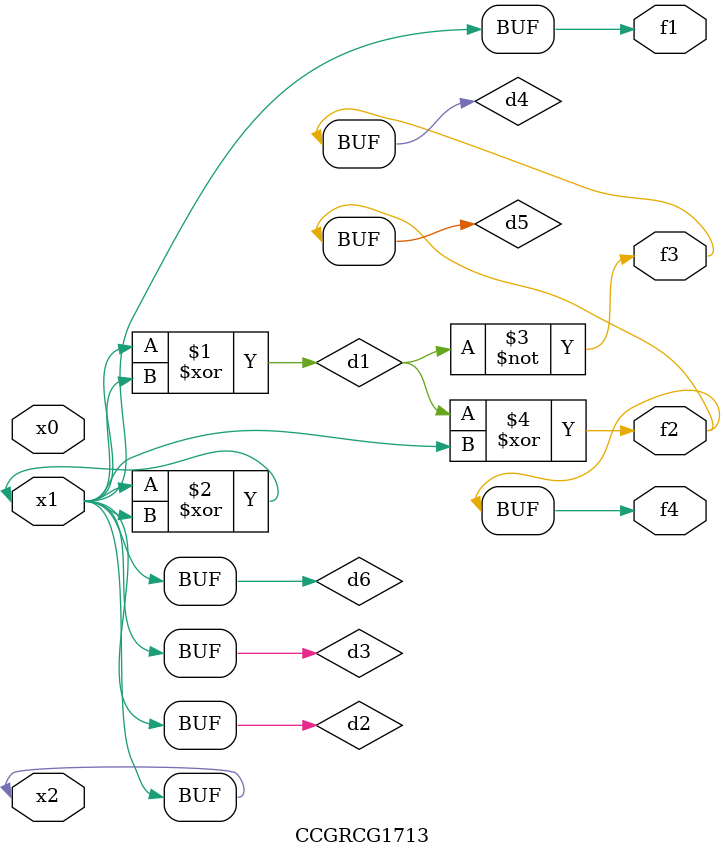
<source format=v>
module CCGRCG1713(
	input x0, x1, x2,
	output f1, f2, f3, f4
);

	wire d1, d2, d3, d4, d5, d6;

	xor (d1, x1, x2);
	buf (d2, x1, x2);
	xor (d3, x1, x2);
	nor (d4, d1);
	xor (d5, d1, d2);
	buf (d6, d2, d3);
	assign f1 = d6;
	assign f2 = d5;
	assign f3 = d4;
	assign f4 = d5;
endmodule

</source>
